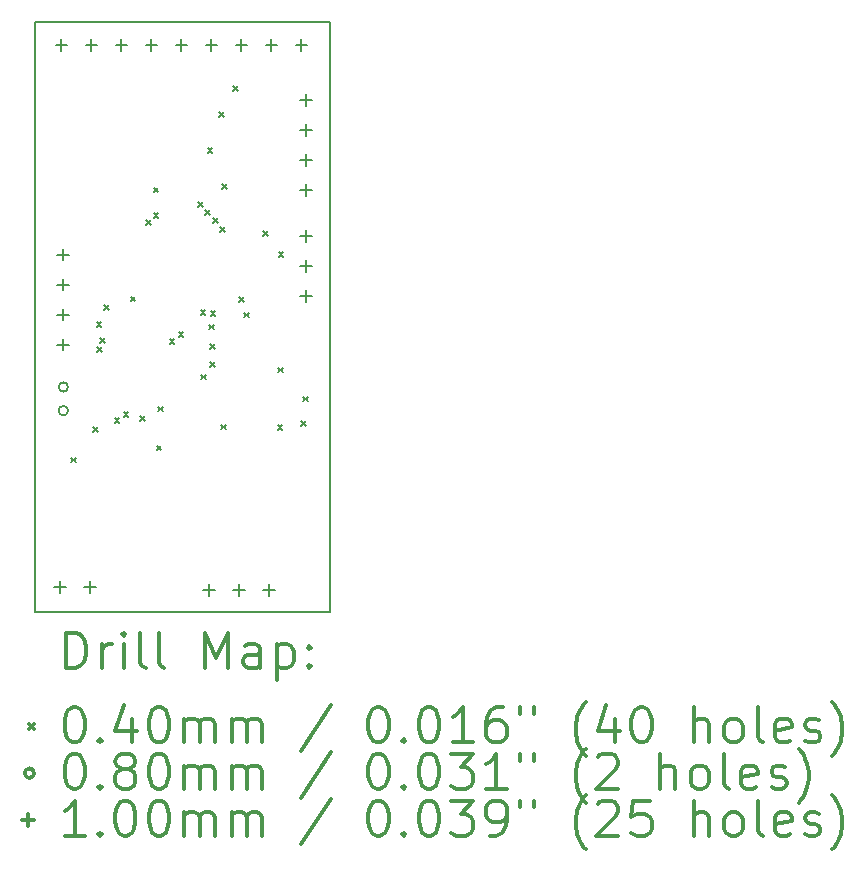
<source format=gbr>
%FSLAX45Y45*%
G04 Gerber Fmt 4.5, Leading zero omitted, Abs format (unit mm)*
G04 Created by KiCad (PCBNEW 4.0.2-stable) date 9/8/2017 10:58:36 PM*
%MOMM*%
G01*
G04 APERTURE LIST*
%ADD10C,0.127000*%
%ADD11C,0.150000*%
%ADD12C,0.200000*%
%ADD13C,0.300000*%
G04 APERTURE END LIST*
D10*
D11*
X10000000Y-12800000D02*
X10000000Y-7800000D01*
X12500000Y-12800000D02*
X10000000Y-12800000D01*
X12500000Y-7800000D02*
X12500000Y-12800000D01*
X10000000Y-7800000D02*
X12500000Y-7800000D01*
D12*
X10302560Y-11491280D02*
X10342560Y-11531280D01*
X10342560Y-11491280D02*
X10302560Y-11531280D01*
X10490520Y-11234800D02*
X10530520Y-11274800D01*
X10530520Y-11234800D02*
X10490520Y-11274800D01*
X10521998Y-10347929D02*
X10561998Y-10387929D01*
X10561998Y-10347929D02*
X10521998Y-10387929D01*
X10525431Y-10557841D02*
X10565431Y-10597841D01*
X10565431Y-10557841D02*
X10525431Y-10597841D01*
X10552934Y-10482716D02*
X10592934Y-10522716D01*
X10592934Y-10482716D02*
X10552934Y-10522716D01*
X10584500Y-10203500D02*
X10624500Y-10243500D01*
X10624500Y-10203500D02*
X10584500Y-10243500D01*
X10674119Y-11158540D02*
X10714119Y-11198540D01*
X10714119Y-11158540D02*
X10674119Y-11198540D01*
X10749600Y-11105200D02*
X10789600Y-11145200D01*
X10789600Y-11105200D02*
X10749600Y-11145200D01*
X10810210Y-10129840D02*
X10850210Y-10169840D01*
X10850210Y-10129840D02*
X10810210Y-10169840D01*
X10891840Y-11140760D02*
X10931840Y-11180760D01*
X10931840Y-11140760D02*
X10891840Y-11180760D01*
X10940100Y-9479600D02*
X10980100Y-9519600D01*
X10980100Y-9479600D02*
X10940100Y-9519600D01*
X11003600Y-9422450D02*
X11043600Y-9462450D01*
X11043600Y-9422450D02*
X11003600Y-9462450D01*
X11005000Y-9205000D02*
X11045000Y-9245000D01*
X11045000Y-9205000D02*
X11005000Y-9245000D01*
X11029000Y-11389680D02*
X11069000Y-11429680D01*
X11069000Y-11389680D02*
X11029000Y-11429680D01*
X11044240Y-11059480D02*
X11084240Y-11099480D01*
X11084240Y-11059480D02*
X11044240Y-11099480D01*
X11139306Y-10491064D02*
X11179306Y-10531064D01*
X11179306Y-10491064D02*
X11139306Y-10531064D01*
X11215981Y-10428562D02*
X11255981Y-10468562D01*
X11255981Y-10428562D02*
X11215981Y-10468562D01*
X11378250Y-9327200D02*
X11418250Y-9367200D01*
X11418250Y-9327200D02*
X11378250Y-9367200D01*
X11402380Y-10244140D02*
X11442380Y-10284140D01*
X11442380Y-10244140D02*
X11402380Y-10284140D01*
X11406609Y-10788551D02*
X11446609Y-10828551D01*
X11446609Y-10788551D02*
X11406609Y-10828551D01*
X11441750Y-9397050D02*
X11481750Y-9437050D01*
X11481750Y-9397050D02*
X11441750Y-9437050D01*
X11460800Y-8870000D02*
X11500800Y-8910000D01*
X11500800Y-8870000D02*
X11460800Y-8910000D01*
X11470960Y-10366060D02*
X11510960Y-10406060D01*
X11510960Y-10366060D02*
X11470960Y-10406060D01*
X11482662Y-10533591D02*
X11522662Y-10573591D01*
X11522662Y-10533591D02*
X11482662Y-10573591D01*
X11483660Y-10684710D02*
X11523660Y-10724710D01*
X11523660Y-10684710D02*
X11483660Y-10724710D01*
X11487063Y-10249815D02*
X11527063Y-10289815D01*
X11527063Y-10249815D02*
X11487063Y-10289815D01*
X11505250Y-9466900D02*
X11545250Y-9506900D01*
X11545250Y-9466900D02*
X11505250Y-9506900D01*
X11559860Y-8567740D02*
X11599860Y-8607740D01*
X11599860Y-8567740D02*
X11559860Y-8607740D01*
X11568750Y-9543100D02*
X11608750Y-9583100D01*
X11608750Y-9543100D02*
X11568750Y-9583100D01*
X11572560Y-11211880D02*
X11612560Y-11251880D01*
X11612560Y-11211880D02*
X11572560Y-11251880D01*
X11582720Y-9174800D02*
X11622720Y-9214800D01*
X11622720Y-9174800D02*
X11582720Y-9214800D01*
X11676500Y-8349300D02*
X11716500Y-8389300D01*
X11716500Y-8349300D02*
X11676500Y-8389300D01*
X11727500Y-10133650D02*
X11767500Y-10173650D01*
X11767500Y-10133650D02*
X11727500Y-10173650D01*
X11770680Y-10264460D02*
X11810680Y-10304460D01*
X11810680Y-10264460D02*
X11770680Y-10304460D01*
X11930700Y-9576120D02*
X11970700Y-9616120D01*
X11970700Y-9576120D02*
X11930700Y-9616120D01*
X12052620Y-11219500D02*
X12092620Y-11259500D01*
X12092620Y-11219500D02*
X12052620Y-11259500D01*
X12055000Y-10730000D02*
X12095000Y-10770000D01*
X12095000Y-10730000D02*
X12055000Y-10770000D01*
X12062780Y-9753920D02*
X12102780Y-9793920D01*
X12102780Y-9753920D02*
X12062780Y-9793920D01*
X12254550Y-11181400D02*
X12294550Y-11221400D01*
X12294550Y-11181400D02*
X12254550Y-11221400D01*
X12268520Y-10975660D02*
X12308520Y-11015660D01*
X12308520Y-10975660D02*
X12268520Y-11015660D01*
X10278740Y-10894060D02*
G75*
G03X10278740Y-10894060I-40000J0D01*
G01*
X10278740Y-11094060D02*
G75*
G03X10278740Y-11094060I-40000J0D01*
G01*
X10213360Y-12535720D02*
X10213360Y-12635720D01*
X10163360Y-12585720D02*
X10263360Y-12585720D01*
X10223500Y-7951000D02*
X10223500Y-8051000D01*
X10173500Y-8001000D02*
X10273500Y-8001000D01*
X10236200Y-9722650D02*
X10236200Y-9822650D01*
X10186200Y-9772650D02*
X10286200Y-9772650D01*
X10236200Y-9976650D02*
X10236200Y-10076650D01*
X10186200Y-10026650D02*
X10286200Y-10026650D01*
X10236200Y-10230650D02*
X10236200Y-10330650D01*
X10186200Y-10280650D02*
X10286200Y-10280650D01*
X10236200Y-10484650D02*
X10236200Y-10584650D01*
X10186200Y-10534650D02*
X10286200Y-10534650D01*
X10467360Y-12535720D02*
X10467360Y-12635720D01*
X10417360Y-12585720D02*
X10517360Y-12585720D01*
X10477500Y-7951000D02*
X10477500Y-8051000D01*
X10427500Y-8001000D02*
X10527500Y-8001000D01*
X10731500Y-7951000D02*
X10731500Y-8051000D01*
X10681500Y-8001000D02*
X10781500Y-8001000D01*
X10985500Y-7951000D02*
X10985500Y-8051000D01*
X10935500Y-8001000D02*
X11035500Y-8001000D01*
X11239500Y-7951000D02*
X11239500Y-8051000D01*
X11189500Y-8001000D02*
X11289500Y-8001000D01*
X11473200Y-12561120D02*
X11473200Y-12661120D01*
X11423200Y-12611120D02*
X11523200Y-12611120D01*
X11493500Y-7951000D02*
X11493500Y-8051000D01*
X11443500Y-8001000D02*
X11543500Y-8001000D01*
X11727200Y-12561120D02*
X11727200Y-12661120D01*
X11677200Y-12611120D02*
X11777200Y-12611120D01*
X11747500Y-7951000D02*
X11747500Y-8051000D01*
X11697500Y-8001000D02*
X11797500Y-8001000D01*
X11981200Y-12561120D02*
X11981200Y-12661120D01*
X11931200Y-12611120D02*
X12031200Y-12611120D01*
X12001500Y-7951000D02*
X12001500Y-8051000D01*
X11951500Y-8001000D02*
X12051500Y-8001000D01*
X12255500Y-7951000D02*
X12255500Y-8051000D01*
X12205500Y-8001000D02*
X12305500Y-8001000D01*
X12293600Y-8414550D02*
X12293600Y-8514550D01*
X12243600Y-8464550D02*
X12343600Y-8464550D01*
X12293600Y-8668550D02*
X12293600Y-8768550D01*
X12243600Y-8718550D02*
X12343600Y-8718550D01*
X12293600Y-8922550D02*
X12293600Y-9022550D01*
X12243600Y-8972550D02*
X12343600Y-8972550D01*
X12293600Y-9176550D02*
X12293600Y-9276550D01*
X12243600Y-9226550D02*
X12343600Y-9226550D01*
X12293600Y-9563900D02*
X12293600Y-9663900D01*
X12243600Y-9613900D02*
X12343600Y-9613900D01*
X12293600Y-9817900D02*
X12293600Y-9917900D01*
X12243600Y-9867900D02*
X12343600Y-9867900D01*
X12293600Y-10071900D02*
X12293600Y-10171900D01*
X12243600Y-10121900D02*
X12343600Y-10121900D01*
D13*
X10263929Y-13273214D02*
X10263929Y-12973214D01*
X10335357Y-12973214D01*
X10378214Y-12987500D01*
X10406786Y-13016071D01*
X10421071Y-13044643D01*
X10435357Y-13101786D01*
X10435357Y-13144643D01*
X10421071Y-13201786D01*
X10406786Y-13230357D01*
X10378214Y-13258929D01*
X10335357Y-13273214D01*
X10263929Y-13273214D01*
X10563929Y-13273214D02*
X10563929Y-13073214D01*
X10563929Y-13130357D02*
X10578214Y-13101786D01*
X10592500Y-13087500D01*
X10621071Y-13073214D01*
X10649643Y-13073214D01*
X10749643Y-13273214D02*
X10749643Y-13073214D01*
X10749643Y-12973214D02*
X10735357Y-12987500D01*
X10749643Y-13001786D01*
X10763929Y-12987500D01*
X10749643Y-12973214D01*
X10749643Y-13001786D01*
X10935357Y-13273214D02*
X10906786Y-13258929D01*
X10892500Y-13230357D01*
X10892500Y-12973214D01*
X11092500Y-13273214D02*
X11063929Y-13258929D01*
X11049643Y-13230357D01*
X11049643Y-12973214D01*
X11435357Y-13273214D02*
X11435357Y-12973214D01*
X11535357Y-13187500D01*
X11635357Y-12973214D01*
X11635357Y-13273214D01*
X11906786Y-13273214D02*
X11906786Y-13116071D01*
X11892500Y-13087500D01*
X11863928Y-13073214D01*
X11806786Y-13073214D01*
X11778214Y-13087500D01*
X11906786Y-13258929D02*
X11878214Y-13273214D01*
X11806786Y-13273214D01*
X11778214Y-13258929D01*
X11763928Y-13230357D01*
X11763928Y-13201786D01*
X11778214Y-13173214D01*
X11806786Y-13158929D01*
X11878214Y-13158929D01*
X11906786Y-13144643D01*
X12049643Y-13073214D02*
X12049643Y-13373214D01*
X12049643Y-13087500D02*
X12078214Y-13073214D01*
X12135357Y-13073214D01*
X12163928Y-13087500D01*
X12178214Y-13101786D01*
X12192500Y-13130357D01*
X12192500Y-13216071D01*
X12178214Y-13244643D01*
X12163928Y-13258929D01*
X12135357Y-13273214D01*
X12078214Y-13273214D01*
X12049643Y-13258929D01*
X12321071Y-13244643D02*
X12335357Y-13258929D01*
X12321071Y-13273214D01*
X12306786Y-13258929D01*
X12321071Y-13244643D01*
X12321071Y-13273214D01*
X12321071Y-13087500D02*
X12335357Y-13101786D01*
X12321071Y-13116071D01*
X12306786Y-13101786D01*
X12321071Y-13087500D01*
X12321071Y-13116071D01*
X9952500Y-13747500D02*
X9992500Y-13787500D01*
X9992500Y-13747500D02*
X9952500Y-13787500D01*
X10321071Y-13603214D02*
X10349643Y-13603214D01*
X10378214Y-13617500D01*
X10392500Y-13631786D01*
X10406786Y-13660357D01*
X10421071Y-13717500D01*
X10421071Y-13788929D01*
X10406786Y-13846071D01*
X10392500Y-13874643D01*
X10378214Y-13888929D01*
X10349643Y-13903214D01*
X10321071Y-13903214D01*
X10292500Y-13888929D01*
X10278214Y-13874643D01*
X10263929Y-13846071D01*
X10249643Y-13788929D01*
X10249643Y-13717500D01*
X10263929Y-13660357D01*
X10278214Y-13631786D01*
X10292500Y-13617500D01*
X10321071Y-13603214D01*
X10549643Y-13874643D02*
X10563929Y-13888929D01*
X10549643Y-13903214D01*
X10535357Y-13888929D01*
X10549643Y-13874643D01*
X10549643Y-13903214D01*
X10821071Y-13703214D02*
X10821071Y-13903214D01*
X10749643Y-13588929D02*
X10678214Y-13803214D01*
X10863928Y-13803214D01*
X11035357Y-13603214D02*
X11063929Y-13603214D01*
X11092500Y-13617500D01*
X11106786Y-13631786D01*
X11121071Y-13660357D01*
X11135357Y-13717500D01*
X11135357Y-13788929D01*
X11121071Y-13846071D01*
X11106786Y-13874643D01*
X11092500Y-13888929D01*
X11063929Y-13903214D01*
X11035357Y-13903214D01*
X11006786Y-13888929D01*
X10992500Y-13874643D01*
X10978214Y-13846071D01*
X10963929Y-13788929D01*
X10963929Y-13717500D01*
X10978214Y-13660357D01*
X10992500Y-13631786D01*
X11006786Y-13617500D01*
X11035357Y-13603214D01*
X11263928Y-13903214D02*
X11263928Y-13703214D01*
X11263928Y-13731786D02*
X11278214Y-13717500D01*
X11306786Y-13703214D01*
X11349643Y-13703214D01*
X11378214Y-13717500D01*
X11392500Y-13746071D01*
X11392500Y-13903214D01*
X11392500Y-13746071D02*
X11406786Y-13717500D01*
X11435357Y-13703214D01*
X11478214Y-13703214D01*
X11506786Y-13717500D01*
X11521071Y-13746071D01*
X11521071Y-13903214D01*
X11663928Y-13903214D02*
X11663928Y-13703214D01*
X11663928Y-13731786D02*
X11678214Y-13717500D01*
X11706786Y-13703214D01*
X11749643Y-13703214D01*
X11778214Y-13717500D01*
X11792500Y-13746071D01*
X11792500Y-13903214D01*
X11792500Y-13746071D02*
X11806786Y-13717500D01*
X11835357Y-13703214D01*
X11878214Y-13703214D01*
X11906786Y-13717500D01*
X11921071Y-13746071D01*
X11921071Y-13903214D01*
X12506786Y-13588929D02*
X12249643Y-13974643D01*
X12892500Y-13603214D02*
X12921071Y-13603214D01*
X12949643Y-13617500D01*
X12963928Y-13631786D01*
X12978214Y-13660357D01*
X12992500Y-13717500D01*
X12992500Y-13788929D01*
X12978214Y-13846071D01*
X12963928Y-13874643D01*
X12949643Y-13888929D01*
X12921071Y-13903214D01*
X12892500Y-13903214D01*
X12863928Y-13888929D01*
X12849643Y-13874643D01*
X12835357Y-13846071D01*
X12821071Y-13788929D01*
X12821071Y-13717500D01*
X12835357Y-13660357D01*
X12849643Y-13631786D01*
X12863928Y-13617500D01*
X12892500Y-13603214D01*
X13121071Y-13874643D02*
X13135357Y-13888929D01*
X13121071Y-13903214D01*
X13106786Y-13888929D01*
X13121071Y-13874643D01*
X13121071Y-13903214D01*
X13321071Y-13603214D02*
X13349643Y-13603214D01*
X13378214Y-13617500D01*
X13392500Y-13631786D01*
X13406785Y-13660357D01*
X13421071Y-13717500D01*
X13421071Y-13788929D01*
X13406785Y-13846071D01*
X13392500Y-13874643D01*
X13378214Y-13888929D01*
X13349643Y-13903214D01*
X13321071Y-13903214D01*
X13292500Y-13888929D01*
X13278214Y-13874643D01*
X13263928Y-13846071D01*
X13249643Y-13788929D01*
X13249643Y-13717500D01*
X13263928Y-13660357D01*
X13278214Y-13631786D01*
X13292500Y-13617500D01*
X13321071Y-13603214D01*
X13706785Y-13903214D02*
X13535357Y-13903214D01*
X13621071Y-13903214D02*
X13621071Y-13603214D01*
X13592500Y-13646071D01*
X13563928Y-13674643D01*
X13535357Y-13688929D01*
X13963928Y-13603214D02*
X13906785Y-13603214D01*
X13878214Y-13617500D01*
X13863928Y-13631786D01*
X13835357Y-13674643D01*
X13821071Y-13731786D01*
X13821071Y-13846071D01*
X13835357Y-13874643D01*
X13849643Y-13888929D01*
X13878214Y-13903214D01*
X13935357Y-13903214D01*
X13963928Y-13888929D01*
X13978214Y-13874643D01*
X13992500Y-13846071D01*
X13992500Y-13774643D01*
X13978214Y-13746071D01*
X13963928Y-13731786D01*
X13935357Y-13717500D01*
X13878214Y-13717500D01*
X13849643Y-13731786D01*
X13835357Y-13746071D01*
X13821071Y-13774643D01*
X14106786Y-13603214D02*
X14106786Y-13660357D01*
X14221071Y-13603214D02*
X14221071Y-13660357D01*
X14663928Y-14017500D02*
X14649643Y-14003214D01*
X14621071Y-13960357D01*
X14606785Y-13931786D01*
X14592500Y-13888929D01*
X14578214Y-13817500D01*
X14578214Y-13760357D01*
X14592500Y-13688929D01*
X14606785Y-13646071D01*
X14621071Y-13617500D01*
X14649643Y-13574643D01*
X14663928Y-13560357D01*
X14906785Y-13703214D02*
X14906785Y-13903214D01*
X14835357Y-13588929D02*
X14763928Y-13803214D01*
X14949643Y-13803214D01*
X15121071Y-13603214D02*
X15149643Y-13603214D01*
X15178214Y-13617500D01*
X15192500Y-13631786D01*
X15206785Y-13660357D01*
X15221071Y-13717500D01*
X15221071Y-13788929D01*
X15206785Y-13846071D01*
X15192500Y-13874643D01*
X15178214Y-13888929D01*
X15149643Y-13903214D01*
X15121071Y-13903214D01*
X15092500Y-13888929D01*
X15078214Y-13874643D01*
X15063928Y-13846071D01*
X15049643Y-13788929D01*
X15049643Y-13717500D01*
X15063928Y-13660357D01*
X15078214Y-13631786D01*
X15092500Y-13617500D01*
X15121071Y-13603214D01*
X15578214Y-13903214D02*
X15578214Y-13603214D01*
X15706785Y-13903214D02*
X15706785Y-13746071D01*
X15692500Y-13717500D01*
X15663928Y-13703214D01*
X15621071Y-13703214D01*
X15592500Y-13717500D01*
X15578214Y-13731786D01*
X15892500Y-13903214D02*
X15863928Y-13888929D01*
X15849643Y-13874643D01*
X15835357Y-13846071D01*
X15835357Y-13760357D01*
X15849643Y-13731786D01*
X15863928Y-13717500D01*
X15892500Y-13703214D01*
X15935357Y-13703214D01*
X15963928Y-13717500D01*
X15978214Y-13731786D01*
X15992500Y-13760357D01*
X15992500Y-13846071D01*
X15978214Y-13874643D01*
X15963928Y-13888929D01*
X15935357Y-13903214D01*
X15892500Y-13903214D01*
X16163928Y-13903214D02*
X16135357Y-13888929D01*
X16121071Y-13860357D01*
X16121071Y-13603214D01*
X16392500Y-13888929D02*
X16363928Y-13903214D01*
X16306786Y-13903214D01*
X16278214Y-13888929D01*
X16263928Y-13860357D01*
X16263928Y-13746071D01*
X16278214Y-13717500D01*
X16306786Y-13703214D01*
X16363928Y-13703214D01*
X16392500Y-13717500D01*
X16406786Y-13746071D01*
X16406786Y-13774643D01*
X16263928Y-13803214D01*
X16521071Y-13888929D02*
X16549643Y-13903214D01*
X16606786Y-13903214D01*
X16635357Y-13888929D01*
X16649643Y-13860357D01*
X16649643Y-13846071D01*
X16635357Y-13817500D01*
X16606786Y-13803214D01*
X16563928Y-13803214D01*
X16535357Y-13788929D01*
X16521071Y-13760357D01*
X16521071Y-13746071D01*
X16535357Y-13717500D01*
X16563928Y-13703214D01*
X16606786Y-13703214D01*
X16635357Y-13717500D01*
X16749643Y-14017500D02*
X16763928Y-14003214D01*
X16792500Y-13960357D01*
X16806786Y-13931786D01*
X16821071Y-13888929D01*
X16835357Y-13817500D01*
X16835357Y-13760357D01*
X16821071Y-13688929D01*
X16806786Y-13646071D01*
X16792500Y-13617500D01*
X16763928Y-13574643D01*
X16749643Y-13560357D01*
X9992500Y-14163500D02*
G75*
G03X9992500Y-14163500I-40000J0D01*
G01*
X10321071Y-13999214D02*
X10349643Y-13999214D01*
X10378214Y-14013500D01*
X10392500Y-14027786D01*
X10406786Y-14056357D01*
X10421071Y-14113500D01*
X10421071Y-14184929D01*
X10406786Y-14242071D01*
X10392500Y-14270643D01*
X10378214Y-14284929D01*
X10349643Y-14299214D01*
X10321071Y-14299214D01*
X10292500Y-14284929D01*
X10278214Y-14270643D01*
X10263929Y-14242071D01*
X10249643Y-14184929D01*
X10249643Y-14113500D01*
X10263929Y-14056357D01*
X10278214Y-14027786D01*
X10292500Y-14013500D01*
X10321071Y-13999214D01*
X10549643Y-14270643D02*
X10563929Y-14284929D01*
X10549643Y-14299214D01*
X10535357Y-14284929D01*
X10549643Y-14270643D01*
X10549643Y-14299214D01*
X10735357Y-14127786D02*
X10706786Y-14113500D01*
X10692500Y-14099214D01*
X10678214Y-14070643D01*
X10678214Y-14056357D01*
X10692500Y-14027786D01*
X10706786Y-14013500D01*
X10735357Y-13999214D01*
X10792500Y-13999214D01*
X10821071Y-14013500D01*
X10835357Y-14027786D01*
X10849643Y-14056357D01*
X10849643Y-14070643D01*
X10835357Y-14099214D01*
X10821071Y-14113500D01*
X10792500Y-14127786D01*
X10735357Y-14127786D01*
X10706786Y-14142071D01*
X10692500Y-14156357D01*
X10678214Y-14184929D01*
X10678214Y-14242071D01*
X10692500Y-14270643D01*
X10706786Y-14284929D01*
X10735357Y-14299214D01*
X10792500Y-14299214D01*
X10821071Y-14284929D01*
X10835357Y-14270643D01*
X10849643Y-14242071D01*
X10849643Y-14184929D01*
X10835357Y-14156357D01*
X10821071Y-14142071D01*
X10792500Y-14127786D01*
X11035357Y-13999214D02*
X11063929Y-13999214D01*
X11092500Y-14013500D01*
X11106786Y-14027786D01*
X11121071Y-14056357D01*
X11135357Y-14113500D01*
X11135357Y-14184929D01*
X11121071Y-14242071D01*
X11106786Y-14270643D01*
X11092500Y-14284929D01*
X11063929Y-14299214D01*
X11035357Y-14299214D01*
X11006786Y-14284929D01*
X10992500Y-14270643D01*
X10978214Y-14242071D01*
X10963929Y-14184929D01*
X10963929Y-14113500D01*
X10978214Y-14056357D01*
X10992500Y-14027786D01*
X11006786Y-14013500D01*
X11035357Y-13999214D01*
X11263928Y-14299214D02*
X11263928Y-14099214D01*
X11263928Y-14127786D02*
X11278214Y-14113500D01*
X11306786Y-14099214D01*
X11349643Y-14099214D01*
X11378214Y-14113500D01*
X11392500Y-14142071D01*
X11392500Y-14299214D01*
X11392500Y-14142071D02*
X11406786Y-14113500D01*
X11435357Y-14099214D01*
X11478214Y-14099214D01*
X11506786Y-14113500D01*
X11521071Y-14142071D01*
X11521071Y-14299214D01*
X11663928Y-14299214D02*
X11663928Y-14099214D01*
X11663928Y-14127786D02*
X11678214Y-14113500D01*
X11706786Y-14099214D01*
X11749643Y-14099214D01*
X11778214Y-14113500D01*
X11792500Y-14142071D01*
X11792500Y-14299214D01*
X11792500Y-14142071D02*
X11806786Y-14113500D01*
X11835357Y-14099214D01*
X11878214Y-14099214D01*
X11906786Y-14113500D01*
X11921071Y-14142071D01*
X11921071Y-14299214D01*
X12506786Y-13984929D02*
X12249643Y-14370643D01*
X12892500Y-13999214D02*
X12921071Y-13999214D01*
X12949643Y-14013500D01*
X12963928Y-14027786D01*
X12978214Y-14056357D01*
X12992500Y-14113500D01*
X12992500Y-14184929D01*
X12978214Y-14242071D01*
X12963928Y-14270643D01*
X12949643Y-14284929D01*
X12921071Y-14299214D01*
X12892500Y-14299214D01*
X12863928Y-14284929D01*
X12849643Y-14270643D01*
X12835357Y-14242071D01*
X12821071Y-14184929D01*
X12821071Y-14113500D01*
X12835357Y-14056357D01*
X12849643Y-14027786D01*
X12863928Y-14013500D01*
X12892500Y-13999214D01*
X13121071Y-14270643D02*
X13135357Y-14284929D01*
X13121071Y-14299214D01*
X13106786Y-14284929D01*
X13121071Y-14270643D01*
X13121071Y-14299214D01*
X13321071Y-13999214D02*
X13349643Y-13999214D01*
X13378214Y-14013500D01*
X13392500Y-14027786D01*
X13406785Y-14056357D01*
X13421071Y-14113500D01*
X13421071Y-14184929D01*
X13406785Y-14242071D01*
X13392500Y-14270643D01*
X13378214Y-14284929D01*
X13349643Y-14299214D01*
X13321071Y-14299214D01*
X13292500Y-14284929D01*
X13278214Y-14270643D01*
X13263928Y-14242071D01*
X13249643Y-14184929D01*
X13249643Y-14113500D01*
X13263928Y-14056357D01*
X13278214Y-14027786D01*
X13292500Y-14013500D01*
X13321071Y-13999214D01*
X13521071Y-13999214D02*
X13706785Y-13999214D01*
X13606785Y-14113500D01*
X13649643Y-14113500D01*
X13678214Y-14127786D01*
X13692500Y-14142071D01*
X13706785Y-14170643D01*
X13706785Y-14242071D01*
X13692500Y-14270643D01*
X13678214Y-14284929D01*
X13649643Y-14299214D01*
X13563928Y-14299214D01*
X13535357Y-14284929D01*
X13521071Y-14270643D01*
X13992500Y-14299214D02*
X13821071Y-14299214D01*
X13906785Y-14299214D02*
X13906785Y-13999214D01*
X13878214Y-14042071D01*
X13849643Y-14070643D01*
X13821071Y-14084929D01*
X14106786Y-13999214D02*
X14106786Y-14056357D01*
X14221071Y-13999214D02*
X14221071Y-14056357D01*
X14663928Y-14413500D02*
X14649643Y-14399214D01*
X14621071Y-14356357D01*
X14606785Y-14327786D01*
X14592500Y-14284929D01*
X14578214Y-14213500D01*
X14578214Y-14156357D01*
X14592500Y-14084929D01*
X14606785Y-14042071D01*
X14621071Y-14013500D01*
X14649643Y-13970643D01*
X14663928Y-13956357D01*
X14763928Y-14027786D02*
X14778214Y-14013500D01*
X14806785Y-13999214D01*
X14878214Y-13999214D01*
X14906785Y-14013500D01*
X14921071Y-14027786D01*
X14935357Y-14056357D01*
X14935357Y-14084929D01*
X14921071Y-14127786D01*
X14749643Y-14299214D01*
X14935357Y-14299214D01*
X15292500Y-14299214D02*
X15292500Y-13999214D01*
X15421071Y-14299214D02*
X15421071Y-14142071D01*
X15406785Y-14113500D01*
X15378214Y-14099214D01*
X15335357Y-14099214D01*
X15306785Y-14113500D01*
X15292500Y-14127786D01*
X15606785Y-14299214D02*
X15578214Y-14284929D01*
X15563928Y-14270643D01*
X15549643Y-14242071D01*
X15549643Y-14156357D01*
X15563928Y-14127786D01*
X15578214Y-14113500D01*
X15606785Y-14099214D01*
X15649643Y-14099214D01*
X15678214Y-14113500D01*
X15692500Y-14127786D01*
X15706785Y-14156357D01*
X15706785Y-14242071D01*
X15692500Y-14270643D01*
X15678214Y-14284929D01*
X15649643Y-14299214D01*
X15606785Y-14299214D01*
X15878214Y-14299214D02*
X15849643Y-14284929D01*
X15835357Y-14256357D01*
X15835357Y-13999214D01*
X16106786Y-14284929D02*
X16078214Y-14299214D01*
X16021071Y-14299214D01*
X15992500Y-14284929D01*
X15978214Y-14256357D01*
X15978214Y-14142071D01*
X15992500Y-14113500D01*
X16021071Y-14099214D01*
X16078214Y-14099214D01*
X16106786Y-14113500D01*
X16121071Y-14142071D01*
X16121071Y-14170643D01*
X15978214Y-14199214D01*
X16235357Y-14284929D02*
X16263928Y-14299214D01*
X16321071Y-14299214D01*
X16349643Y-14284929D01*
X16363928Y-14256357D01*
X16363928Y-14242071D01*
X16349643Y-14213500D01*
X16321071Y-14199214D01*
X16278214Y-14199214D01*
X16249643Y-14184929D01*
X16235357Y-14156357D01*
X16235357Y-14142071D01*
X16249643Y-14113500D01*
X16278214Y-14099214D01*
X16321071Y-14099214D01*
X16349643Y-14113500D01*
X16463928Y-14413500D02*
X16478214Y-14399214D01*
X16506786Y-14356357D01*
X16521071Y-14327786D01*
X16535357Y-14284929D01*
X16549643Y-14213500D01*
X16549643Y-14156357D01*
X16535357Y-14084929D01*
X16521071Y-14042071D01*
X16506786Y-14013500D01*
X16478214Y-13970643D01*
X16463928Y-13956357D01*
X9942500Y-14509500D02*
X9942500Y-14609500D01*
X9892500Y-14559500D02*
X9992500Y-14559500D01*
X10421071Y-14695214D02*
X10249643Y-14695214D01*
X10335357Y-14695214D02*
X10335357Y-14395214D01*
X10306786Y-14438071D01*
X10278214Y-14466643D01*
X10249643Y-14480929D01*
X10549643Y-14666643D02*
X10563929Y-14680929D01*
X10549643Y-14695214D01*
X10535357Y-14680929D01*
X10549643Y-14666643D01*
X10549643Y-14695214D01*
X10749643Y-14395214D02*
X10778214Y-14395214D01*
X10806786Y-14409500D01*
X10821071Y-14423786D01*
X10835357Y-14452357D01*
X10849643Y-14509500D01*
X10849643Y-14580929D01*
X10835357Y-14638071D01*
X10821071Y-14666643D01*
X10806786Y-14680929D01*
X10778214Y-14695214D01*
X10749643Y-14695214D01*
X10721071Y-14680929D01*
X10706786Y-14666643D01*
X10692500Y-14638071D01*
X10678214Y-14580929D01*
X10678214Y-14509500D01*
X10692500Y-14452357D01*
X10706786Y-14423786D01*
X10721071Y-14409500D01*
X10749643Y-14395214D01*
X11035357Y-14395214D02*
X11063929Y-14395214D01*
X11092500Y-14409500D01*
X11106786Y-14423786D01*
X11121071Y-14452357D01*
X11135357Y-14509500D01*
X11135357Y-14580929D01*
X11121071Y-14638071D01*
X11106786Y-14666643D01*
X11092500Y-14680929D01*
X11063929Y-14695214D01*
X11035357Y-14695214D01*
X11006786Y-14680929D01*
X10992500Y-14666643D01*
X10978214Y-14638071D01*
X10963929Y-14580929D01*
X10963929Y-14509500D01*
X10978214Y-14452357D01*
X10992500Y-14423786D01*
X11006786Y-14409500D01*
X11035357Y-14395214D01*
X11263928Y-14695214D02*
X11263928Y-14495214D01*
X11263928Y-14523786D02*
X11278214Y-14509500D01*
X11306786Y-14495214D01*
X11349643Y-14495214D01*
X11378214Y-14509500D01*
X11392500Y-14538071D01*
X11392500Y-14695214D01*
X11392500Y-14538071D02*
X11406786Y-14509500D01*
X11435357Y-14495214D01*
X11478214Y-14495214D01*
X11506786Y-14509500D01*
X11521071Y-14538071D01*
X11521071Y-14695214D01*
X11663928Y-14695214D02*
X11663928Y-14495214D01*
X11663928Y-14523786D02*
X11678214Y-14509500D01*
X11706786Y-14495214D01*
X11749643Y-14495214D01*
X11778214Y-14509500D01*
X11792500Y-14538071D01*
X11792500Y-14695214D01*
X11792500Y-14538071D02*
X11806786Y-14509500D01*
X11835357Y-14495214D01*
X11878214Y-14495214D01*
X11906786Y-14509500D01*
X11921071Y-14538071D01*
X11921071Y-14695214D01*
X12506786Y-14380929D02*
X12249643Y-14766643D01*
X12892500Y-14395214D02*
X12921071Y-14395214D01*
X12949643Y-14409500D01*
X12963928Y-14423786D01*
X12978214Y-14452357D01*
X12992500Y-14509500D01*
X12992500Y-14580929D01*
X12978214Y-14638071D01*
X12963928Y-14666643D01*
X12949643Y-14680929D01*
X12921071Y-14695214D01*
X12892500Y-14695214D01*
X12863928Y-14680929D01*
X12849643Y-14666643D01*
X12835357Y-14638071D01*
X12821071Y-14580929D01*
X12821071Y-14509500D01*
X12835357Y-14452357D01*
X12849643Y-14423786D01*
X12863928Y-14409500D01*
X12892500Y-14395214D01*
X13121071Y-14666643D02*
X13135357Y-14680929D01*
X13121071Y-14695214D01*
X13106786Y-14680929D01*
X13121071Y-14666643D01*
X13121071Y-14695214D01*
X13321071Y-14395214D02*
X13349643Y-14395214D01*
X13378214Y-14409500D01*
X13392500Y-14423786D01*
X13406785Y-14452357D01*
X13421071Y-14509500D01*
X13421071Y-14580929D01*
X13406785Y-14638071D01*
X13392500Y-14666643D01*
X13378214Y-14680929D01*
X13349643Y-14695214D01*
X13321071Y-14695214D01*
X13292500Y-14680929D01*
X13278214Y-14666643D01*
X13263928Y-14638071D01*
X13249643Y-14580929D01*
X13249643Y-14509500D01*
X13263928Y-14452357D01*
X13278214Y-14423786D01*
X13292500Y-14409500D01*
X13321071Y-14395214D01*
X13521071Y-14395214D02*
X13706785Y-14395214D01*
X13606785Y-14509500D01*
X13649643Y-14509500D01*
X13678214Y-14523786D01*
X13692500Y-14538071D01*
X13706785Y-14566643D01*
X13706785Y-14638071D01*
X13692500Y-14666643D01*
X13678214Y-14680929D01*
X13649643Y-14695214D01*
X13563928Y-14695214D01*
X13535357Y-14680929D01*
X13521071Y-14666643D01*
X13849643Y-14695214D02*
X13906785Y-14695214D01*
X13935357Y-14680929D01*
X13949643Y-14666643D01*
X13978214Y-14623786D01*
X13992500Y-14566643D01*
X13992500Y-14452357D01*
X13978214Y-14423786D01*
X13963928Y-14409500D01*
X13935357Y-14395214D01*
X13878214Y-14395214D01*
X13849643Y-14409500D01*
X13835357Y-14423786D01*
X13821071Y-14452357D01*
X13821071Y-14523786D01*
X13835357Y-14552357D01*
X13849643Y-14566643D01*
X13878214Y-14580929D01*
X13935357Y-14580929D01*
X13963928Y-14566643D01*
X13978214Y-14552357D01*
X13992500Y-14523786D01*
X14106786Y-14395214D02*
X14106786Y-14452357D01*
X14221071Y-14395214D02*
X14221071Y-14452357D01*
X14663928Y-14809500D02*
X14649643Y-14795214D01*
X14621071Y-14752357D01*
X14606785Y-14723786D01*
X14592500Y-14680929D01*
X14578214Y-14609500D01*
X14578214Y-14552357D01*
X14592500Y-14480929D01*
X14606785Y-14438071D01*
X14621071Y-14409500D01*
X14649643Y-14366643D01*
X14663928Y-14352357D01*
X14763928Y-14423786D02*
X14778214Y-14409500D01*
X14806785Y-14395214D01*
X14878214Y-14395214D01*
X14906785Y-14409500D01*
X14921071Y-14423786D01*
X14935357Y-14452357D01*
X14935357Y-14480929D01*
X14921071Y-14523786D01*
X14749643Y-14695214D01*
X14935357Y-14695214D01*
X15206785Y-14395214D02*
X15063928Y-14395214D01*
X15049643Y-14538071D01*
X15063928Y-14523786D01*
X15092500Y-14509500D01*
X15163928Y-14509500D01*
X15192500Y-14523786D01*
X15206785Y-14538071D01*
X15221071Y-14566643D01*
X15221071Y-14638071D01*
X15206785Y-14666643D01*
X15192500Y-14680929D01*
X15163928Y-14695214D01*
X15092500Y-14695214D01*
X15063928Y-14680929D01*
X15049643Y-14666643D01*
X15578214Y-14695214D02*
X15578214Y-14395214D01*
X15706785Y-14695214D02*
X15706785Y-14538071D01*
X15692500Y-14509500D01*
X15663928Y-14495214D01*
X15621071Y-14495214D01*
X15592500Y-14509500D01*
X15578214Y-14523786D01*
X15892500Y-14695214D02*
X15863928Y-14680929D01*
X15849643Y-14666643D01*
X15835357Y-14638071D01*
X15835357Y-14552357D01*
X15849643Y-14523786D01*
X15863928Y-14509500D01*
X15892500Y-14495214D01*
X15935357Y-14495214D01*
X15963928Y-14509500D01*
X15978214Y-14523786D01*
X15992500Y-14552357D01*
X15992500Y-14638071D01*
X15978214Y-14666643D01*
X15963928Y-14680929D01*
X15935357Y-14695214D01*
X15892500Y-14695214D01*
X16163928Y-14695214D02*
X16135357Y-14680929D01*
X16121071Y-14652357D01*
X16121071Y-14395214D01*
X16392500Y-14680929D02*
X16363928Y-14695214D01*
X16306786Y-14695214D01*
X16278214Y-14680929D01*
X16263928Y-14652357D01*
X16263928Y-14538071D01*
X16278214Y-14509500D01*
X16306786Y-14495214D01*
X16363928Y-14495214D01*
X16392500Y-14509500D01*
X16406786Y-14538071D01*
X16406786Y-14566643D01*
X16263928Y-14595214D01*
X16521071Y-14680929D02*
X16549643Y-14695214D01*
X16606786Y-14695214D01*
X16635357Y-14680929D01*
X16649643Y-14652357D01*
X16649643Y-14638071D01*
X16635357Y-14609500D01*
X16606786Y-14595214D01*
X16563928Y-14595214D01*
X16535357Y-14580929D01*
X16521071Y-14552357D01*
X16521071Y-14538071D01*
X16535357Y-14509500D01*
X16563928Y-14495214D01*
X16606786Y-14495214D01*
X16635357Y-14509500D01*
X16749643Y-14809500D02*
X16763928Y-14795214D01*
X16792500Y-14752357D01*
X16806786Y-14723786D01*
X16821071Y-14680929D01*
X16835357Y-14609500D01*
X16835357Y-14552357D01*
X16821071Y-14480929D01*
X16806786Y-14438071D01*
X16792500Y-14409500D01*
X16763928Y-14366643D01*
X16749643Y-14352357D01*
M02*

</source>
